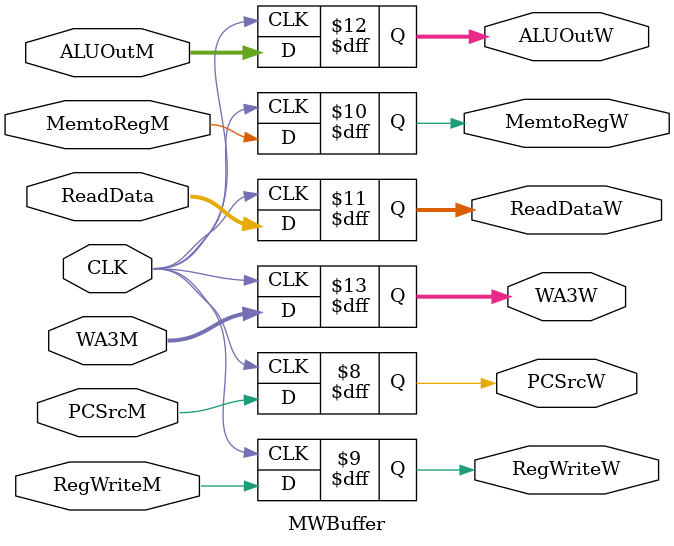
<source format=v>
`timescale 1ns / 1ps

module MWBuffer (
	input CLK,
	input PCSrcM,
	input RegWriteM,
	input MemtoRegM,
	input[31:0] ReadData,
	input[31:0] ALUOutM,
	input[3:0] WA3M,
					
	output reg PCSrcW = 0,
	output reg RegWriteW = 0,
	output reg MemtoRegW = 0,
	output reg [31:0] ReadDataW = 0,
	output reg [31:0] ALUOutW = 0,
	output reg [3:0] WA3W = 0
	);
	
	always@(posedge CLK) begin
	PCSrcW <= PCSrcM;
	RegWriteW <= RegWriteM;
	MemtoRegW <= MemtoRegM;
	ReadDataW <= ReadData;
	ALUOutW <= ALUOutM;
	WA3W <= WA3M;
	end
	
	endmodule

</source>
